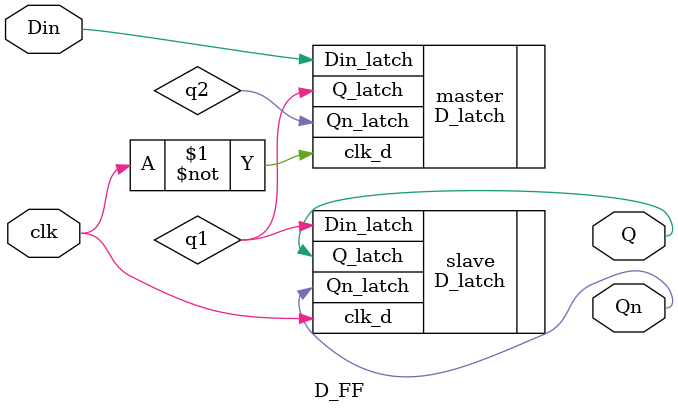
<source format=v>
module D_FF(Q, Qn, Din, clk);
	input Din, clk;
	output Q, Qn;
	wire q1,q2;
	
	D_latch master(.Q_latch(q1), .Qn_latch(q2), .Din_latch(Din), .clk_d(~clk));
	D_latch slave(.Q_latch(Q), .Qn_latch(Qn), .Din_latch(q1), .clk_d(clk));
	

endmodule




</source>
